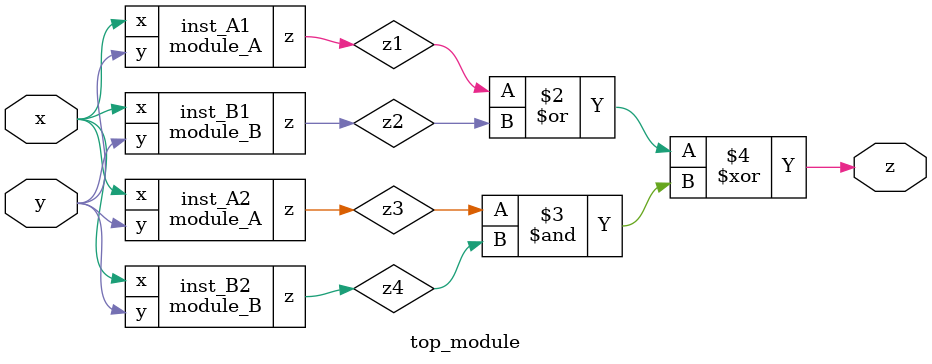
<source format=sv>
module module_A(
    input x,
    input y,
    output z
);

assign z = (x ^ y) & x;

endmodule
module module_B(
    input x,
    input y,
    output z
);

assign z = (x & ~y) | (~x & y);

endmodule
module top_module(
    input x,
    input y,
    output reg z
);

wire z1, z2, z3, z4;

module_A inst_A1(
    .x(x),
    .y(y),
    .z(z1)
);

module_B inst_B1(
    .x(x),
    .y(y),
    .z(z2)
);

module_A inst_A2(
    .x(x),
    .y(y),
    .z(z3)
);

module_B inst_B2(
    .x(x),
    .y(y),
    .z(z4)
);

always @(*) begin
    z = (z1 | z2) ^ (z3 & z4);
end

endmodule

</source>
